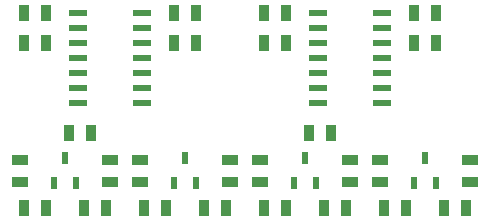
<source format=gtp>
G04 (created by PCBNEW (2013-07-07 BZR 4022)-stable) date 25/06/2014 08:25:45*
%MOIN*%
G04 Gerber Fmt 3.4, Leading zero omitted, Abs format*
%FSLAX34Y34*%
G01*
G70*
G90*
G04 APERTURE LIST*
%ADD10C,0.00393701*%
%ADD11R,0.035X0.055*%
%ADD12R,0.0236X0.0394*%
%ADD13R,0.055X0.035*%
%ADD14R,0.0590551X0.023622*%
G04 APERTURE END LIST*
G54D10*
G54D11*
X54125Y-30000D03*
X54875Y-30000D03*
X62125Y-30000D03*
X62875Y-30000D03*
X66625Y-32500D03*
X67375Y-32500D03*
X62625Y-32500D03*
X63375Y-32500D03*
X58625Y-32500D03*
X59375Y-32500D03*
X54625Y-32500D03*
X55375Y-32500D03*
G54D12*
X65625Y-31666D03*
X66000Y-30834D03*
X66375Y-31666D03*
X61625Y-31666D03*
X62000Y-30834D03*
X62375Y-31666D03*
X57625Y-31666D03*
X58000Y-30834D03*
X58375Y-31666D03*
X53625Y-31666D03*
X54000Y-30834D03*
X54375Y-31666D03*
G54D11*
X66375Y-27000D03*
X65625Y-27000D03*
X66375Y-26000D03*
X65625Y-26000D03*
X58375Y-27000D03*
X57625Y-27000D03*
X58375Y-26000D03*
X57625Y-26000D03*
X61375Y-27000D03*
X60625Y-27000D03*
X61375Y-26000D03*
X60625Y-26000D03*
X53375Y-27000D03*
X52625Y-27000D03*
X53375Y-26000D03*
X52625Y-26000D03*
G54D13*
X67500Y-31625D03*
X67500Y-30875D03*
X63500Y-31625D03*
X63500Y-30875D03*
X59500Y-31625D03*
X59500Y-30875D03*
X55500Y-31625D03*
X55500Y-30875D03*
X64500Y-30875D03*
X64500Y-31625D03*
X60500Y-30875D03*
X60500Y-31625D03*
X56500Y-30875D03*
X56500Y-31625D03*
X52500Y-30875D03*
X52500Y-31625D03*
G54D11*
X65375Y-32500D03*
X64625Y-32500D03*
X61375Y-32500D03*
X60625Y-32500D03*
X57375Y-32500D03*
X56625Y-32500D03*
X53375Y-32500D03*
X52625Y-32500D03*
G54D14*
X64562Y-29000D03*
X64562Y-28500D03*
X64562Y-28000D03*
X64562Y-27500D03*
X64562Y-27000D03*
X64562Y-26500D03*
X64562Y-26000D03*
X62437Y-26000D03*
X62437Y-26500D03*
X62437Y-27000D03*
X62437Y-27500D03*
X62437Y-28000D03*
X62437Y-28500D03*
X62437Y-29000D03*
X56562Y-29000D03*
X56562Y-28500D03*
X56562Y-28000D03*
X56562Y-27500D03*
X56562Y-27000D03*
X56562Y-26500D03*
X56562Y-26000D03*
X54437Y-26000D03*
X54437Y-26500D03*
X54437Y-27000D03*
X54437Y-27500D03*
X54437Y-28000D03*
X54437Y-28500D03*
X54437Y-29000D03*
M02*

</source>
